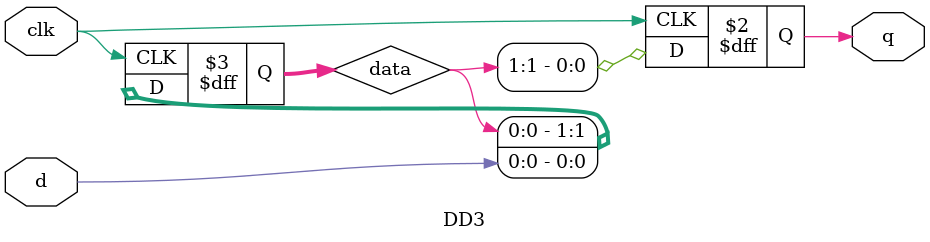
<source format=v>
`timescale 1ns / 1ps

//This is the third steps of the signal.
module DD3(d,clk,q

    );
    input d,clk;
    output reg q;
    reg [1:0] data;
    
    always@(posedge clk) begin
        data[0] <= d;
        data[1] <= data[0];
        q <= data[1];
     end
endmodule

</source>
